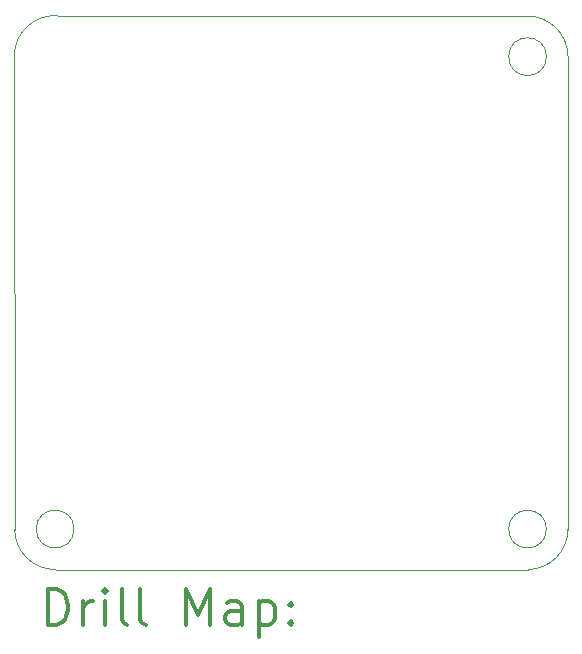
<source format=gbr>
%FSLAX45Y45*%
G04 Gerber Fmt 4.5, Leading zero omitted, Abs format (unit mm)*
G04 Created by KiCad (PCBNEW (5.1.5-0-10_14)) date 2020-07-06 12:55:33*
%MOMM*%
%LPD*%
G04 APERTURE LIST*
%TA.AperFunction,Profile*%
%ADD10C,0.050000*%
%TD*%
%ADD11C,0.200000*%
%ADD12C,0.300000*%
G04 APERTURE END LIST*
D10*
X12735156Y-7654288D02*
X12739200Y-11678900D01*
X17077756Y-7332244D02*
X13102356Y-7328200D01*
X12735156Y-7654288D02*
G75*
G02X13102356Y-7328200I346644J-20556D01*
G01*
X17424400Y-11684000D02*
X17424400Y-7670800D01*
X17424400Y-11684000D02*
X17424400Y-11670812D01*
X13085844Y-12017456D02*
X17085844Y-12017456D01*
X13085844Y-12017456D02*
G75*
G02X12739200Y-11678900I-4044J342600D01*
G01*
X17424400Y-11670812D02*
G75*
G02X17085844Y-12017456I-342600J-4044D01*
G01*
X17077756Y-7332244D02*
G75*
G02X17424400Y-7670800I4044J-342600D01*
G01*
X13241800Y-11674856D02*
G75*
G03X13241800Y-11674856I-160000J0D01*
G01*
X17241800Y-11674856D02*
G75*
G03X17241800Y-11674856I-160000J0D01*
G01*
X17241800Y-7674844D02*
G75*
G03X17241800Y-7674844I-160000J0D01*
G01*
D11*
D12*
X13019084Y-12485694D02*
X13019084Y-12185694D01*
X13090513Y-12185694D01*
X13133370Y-12199980D01*
X13161942Y-12228551D01*
X13176227Y-12257123D01*
X13190513Y-12314266D01*
X13190513Y-12357123D01*
X13176227Y-12414266D01*
X13161942Y-12442837D01*
X13133370Y-12471408D01*
X13090513Y-12485694D01*
X13019084Y-12485694D01*
X13319084Y-12485694D02*
X13319084Y-12285694D01*
X13319084Y-12342837D02*
X13333370Y-12314266D01*
X13347656Y-12299980D01*
X13376227Y-12285694D01*
X13404799Y-12285694D01*
X13504799Y-12485694D02*
X13504799Y-12285694D01*
X13504799Y-12185694D02*
X13490513Y-12199980D01*
X13504799Y-12214266D01*
X13519084Y-12199980D01*
X13504799Y-12185694D01*
X13504799Y-12214266D01*
X13690513Y-12485694D02*
X13661942Y-12471408D01*
X13647656Y-12442837D01*
X13647656Y-12185694D01*
X13847656Y-12485694D02*
X13819084Y-12471408D01*
X13804799Y-12442837D01*
X13804799Y-12185694D01*
X14190513Y-12485694D02*
X14190513Y-12185694D01*
X14290513Y-12399980D01*
X14390513Y-12185694D01*
X14390513Y-12485694D01*
X14661942Y-12485694D02*
X14661942Y-12328551D01*
X14647656Y-12299980D01*
X14619084Y-12285694D01*
X14561942Y-12285694D01*
X14533370Y-12299980D01*
X14661942Y-12471408D02*
X14633370Y-12485694D01*
X14561942Y-12485694D01*
X14533370Y-12471408D01*
X14519084Y-12442837D01*
X14519084Y-12414266D01*
X14533370Y-12385694D01*
X14561942Y-12371408D01*
X14633370Y-12371408D01*
X14661942Y-12357123D01*
X14804799Y-12285694D02*
X14804799Y-12585694D01*
X14804799Y-12299980D02*
X14833370Y-12285694D01*
X14890513Y-12285694D01*
X14919084Y-12299980D01*
X14933370Y-12314266D01*
X14947656Y-12342837D01*
X14947656Y-12428551D01*
X14933370Y-12457123D01*
X14919084Y-12471408D01*
X14890513Y-12485694D01*
X14833370Y-12485694D01*
X14804799Y-12471408D01*
X15076227Y-12457123D02*
X15090513Y-12471408D01*
X15076227Y-12485694D01*
X15061942Y-12471408D01*
X15076227Y-12457123D01*
X15076227Y-12485694D01*
X15076227Y-12299980D02*
X15090513Y-12314266D01*
X15076227Y-12328551D01*
X15061942Y-12314266D01*
X15076227Y-12299980D01*
X15076227Y-12328551D01*
M02*

</source>
